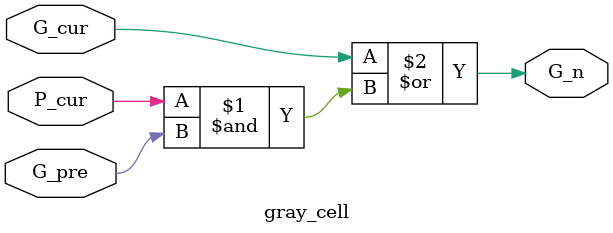
<source format=sv>
module gray_cell
(
	input logic		G_pre,
	input logic		P_cur, G_cur,
	output logic	G_n
);

	assign G_n = G_cur | ( P_cur & G_pre) ; 

endmodule 
</source>
